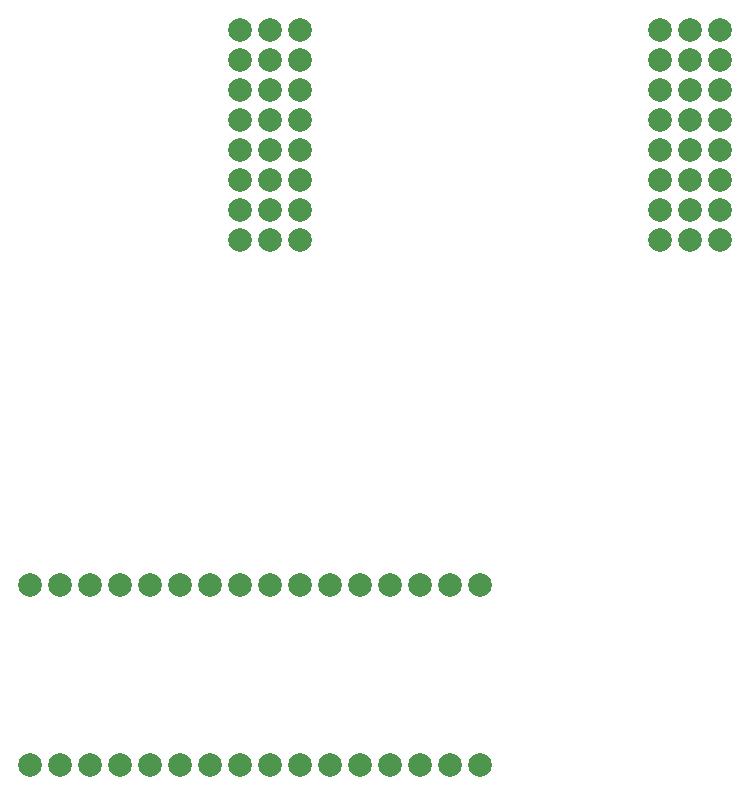
<source format=gbs>
G04 #@! TF.FileFunction,Soldermask,Bot*
%FSLAX46Y46*%
G04 Gerber Fmt 4.6, Leading zero omitted, Abs format (unit mm)*
G04 Created by KiCad (PCBNEW 4.0.7) date 02/11/20 08:43:37*
%MOMM*%
%LPD*%
G01*
G04 APERTURE LIST*
%ADD10C,0.200000*%
%ADD11C,2.000000*%
G04 APERTURE END LIST*
D10*
D11*
X39370000Y18415000D03*
X36830000Y18415000D03*
X34290000Y18415000D03*
X31750000Y18415000D03*
X29210000Y18415000D03*
X26670000Y18415000D03*
X24130000Y18415000D03*
X21590000Y18415000D03*
X19050000Y18415000D03*
X16510000Y18415000D03*
X13970000Y18415000D03*
X11430000Y18415000D03*
X8890000Y18415000D03*
X6350000Y18415000D03*
X3810000Y18415000D03*
X1270000Y18415000D03*
X1270000Y3175000D03*
X3810000Y3175000D03*
X6350000Y3175000D03*
X8890000Y3175000D03*
X11430000Y3175000D03*
X13970000Y3175000D03*
X16510000Y3175000D03*
X19050000Y3175000D03*
X21590000Y3175000D03*
X24130000Y3175000D03*
X26670000Y3175000D03*
X29210000Y3175000D03*
X31750000Y3175000D03*
X34290000Y3175000D03*
X36830000Y3175000D03*
X39370000Y3175000D03*
X24130000Y47625000D03*
X21590000Y47625000D03*
X19050000Y47625000D03*
X24130000Y50165000D03*
X21590000Y50165000D03*
X19050000Y50165000D03*
X24130000Y52705000D03*
X21590000Y52705000D03*
X19050000Y52705000D03*
X24130000Y55245000D03*
X21590000Y55245000D03*
X19050000Y55245000D03*
X24130000Y57785000D03*
X21590000Y57785000D03*
X19050000Y57785000D03*
X24130000Y60325000D03*
X21590000Y60325000D03*
X19050000Y60325000D03*
X24130000Y62865000D03*
X21590000Y62865000D03*
X19050000Y62865000D03*
X24130000Y65405000D03*
X21590000Y65405000D03*
X19050000Y65405000D03*
X59690000Y65405000D03*
X57150000Y65405000D03*
X54610000Y65405000D03*
X59690000Y62865000D03*
X57150000Y62865000D03*
X54610000Y62865000D03*
X59690000Y60325000D03*
X57150000Y60325000D03*
X54610000Y60325000D03*
X59690000Y57785000D03*
X57150000Y57785000D03*
X54610000Y57785000D03*
X59690000Y55245000D03*
X57150000Y55245000D03*
X54610000Y55245000D03*
X59690000Y52705000D03*
X57150000Y52705000D03*
X54610000Y52705000D03*
X59690000Y50165000D03*
X57150000Y50165000D03*
X54610000Y50165000D03*
X59690000Y47625000D03*
X57150000Y47625000D03*
X54610000Y47625000D03*
M02*

</source>
